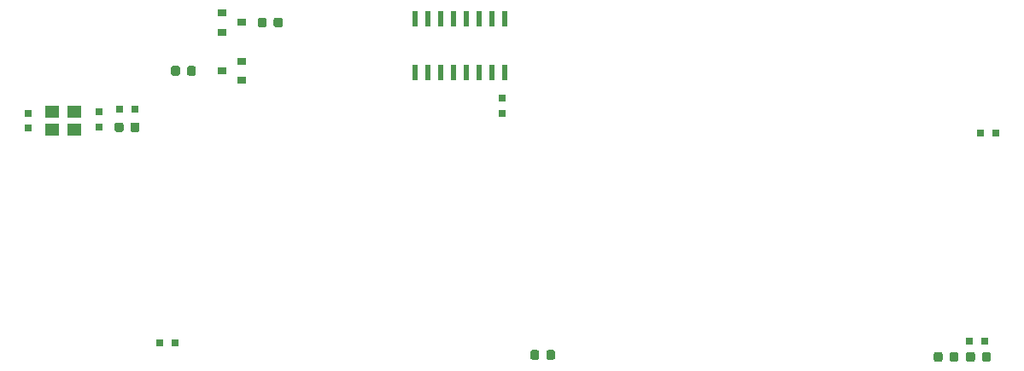
<source format=gbr>
G04 #@! TF.GenerationSoftware,KiCad,Pcbnew,(5.0.0)*
G04 #@! TF.CreationDate,2020-03-05T09:38:22+00:00*
G04 #@! TF.ProjectId,basic-mc6800,62617369632D6D63363830302E6B6963,rev?*
G04 #@! TF.SameCoordinates,Original*
G04 #@! TF.FileFunction,Paste,Top*
G04 #@! TF.FilePolarity,Positive*
%FSLAX46Y46*%
G04 Gerber Fmt 4.6, Leading zero omitted, Abs format (unit mm)*
G04 Created by KiCad (PCBNEW (5.0.0)) date 03/05/20 09:38:22*
%MOMM*%
%LPD*%
G01*
G04 APERTURE LIST*
%ADD10R,0.600000X1.500000*%
%ADD11R,0.750000X0.800000*%
%ADD12R,0.800000X0.750000*%
%ADD13R,0.900000X0.800000*%
%ADD14C,0.100000*%
%ADD15C,0.875000*%
%ADD16R,1.400000X1.200000*%
G04 APERTURE END LIST*
D10*
G04 #@! TO.C,U1*
X149010000Y-69000000D03*
X147740000Y-69000000D03*
X146470000Y-69000000D03*
X145200000Y-69000000D03*
X143930000Y-69000000D03*
X142660000Y-69000000D03*
X141390000Y-69000000D03*
X140120000Y-69000000D03*
X140120000Y-63600000D03*
X141390000Y-63600000D03*
X142660000Y-63600000D03*
X143930000Y-63600000D03*
X145200000Y-63600000D03*
X146470000Y-63600000D03*
X147740000Y-63600000D03*
X149010000Y-63600000D03*
G04 #@! TD*
D11*
G04 #@! TO.C,C2*
X101800000Y-73000000D03*
X101800000Y-74500000D03*
G04 #@! TD*
G04 #@! TO.C,C3*
X108800000Y-72900000D03*
X108800000Y-74400000D03*
G04 #@! TD*
G04 #@! TO.C,C4*
X148800000Y-71500000D03*
X148800000Y-73000000D03*
G04 #@! TD*
D12*
G04 #@! TO.C,C5*
X114850000Y-95800000D03*
X116350000Y-95800000D03*
G04 #@! TD*
G04 #@! TO.C,C6*
X196200000Y-75000000D03*
X197700000Y-75000000D03*
G04 #@! TD*
G04 #@! TO.C,C7*
X196600000Y-95600000D03*
X195100000Y-95600000D03*
G04 #@! TD*
D13*
G04 #@! TO.C,Q1*
X123000000Y-69750000D03*
X123000000Y-67850000D03*
X121000000Y-68800000D03*
G04 #@! TD*
G04 #@! TO.C,Q2*
X123000000Y-64000000D03*
X121000000Y-64950000D03*
X121000000Y-63050000D03*
G04 #@! TD*
D14*
G04 #@! TO.C,R1*
G36*
X111052691Y-73926053D02*
X111073926Y-73929203D01*
X111094750Y-73934419D01*
X111114962Y-73941651D01*
X111134368Y-73950830D01*
X111152781Y-73961866D01*
X111170024Y-73974654D01*
X111185930Y-73989070D01*
X111200346Y-74004976D01*
X111213134Y-74022219D01*
X111224170Y-74040632D01*
X111233349Y-74060038D01*
X111240581Y-74080250D01*
X111245797Y-74101074D01*
X111248947Y-74122309D01*
X111250000Y-74143750D01*
X111250000Y-74656250D01*
X111248947Y-74677691D01*
X111245797Y-74698926D01*
X111240581Y-74719750D01*
X111233349Y-74739962D01*
X111224170Y-74759368D01*
X111213134Y-74777781D01*
X111200346Y-74795024D01*
X111185930Y-74810930D01*
X111170024Y-74825346D01*
X111152781Y-74838134D01*
X111134368Y-74849170D01*
X111114962Y-74858349D01*
X111094750Y-74865581D01*
X111073926Y-74870797D01*
X111052691Y-74873947D01*
X111031250Y-74875000D01*
X110593750Y-74875000D01*
X110572309Y-74873947D01*
X110551074Y-74870797D01*
X110530250Y-74865581D01*
X110510038Y-74858349D01*
X110490632Y-74849170D01*
X110472219Y-74838134D01*
X110454976Y-74825346D01*
X110439070Y-74810930D01*
X110424654Y-74795024D01*
X110411866Y-74777781D01*
X110400830Y-74759368D01*
X110391651Y-74739962D01*
X110384419Y-74719750D01*
X110379203Y-74698926D01*
X110376053Y-74677691D01*
X110375000Y-74656250D01*
X110375000Y-74143750D01*
X110376053Y-74122309D01*
X110379203Y-74101074D01*
X110384419Y-74080250D01*
X110391651Y-74060038D01*
X110400830Y-74040632D01*
X110411866Y-74022219D01*
X110424654Y-74004976D01*
X110439070Y-73989070D01*
X110454976Y-73974654D01*
X110472219Y-73961866D01*
X110490632Y-73950830D01*
X110510038Y-73941651D01*
X110530250Y-73934419D01*
X110551074Y-73929203D01*
X110572309Y-73926053D01*
X110593750Y-73925000D01*
X111031250Y-73925000D01*
X111052691Y-73926053D01*
X111052691Y-73926053D01*
G37*
D15*
X110812500Y-74400000D03*
D14*
G36*
X112627691Y-73926053D02*
X112648926Y-73929203D01*
X112669750Y-73934419D01*
X112689962Y-73941651D01*
X112709368Y-73950830D01*
X112727781Y-73961866D01*
X112745024Y-73974654D01*
X112760930Y-73989070D01*
X112775346Y-74004976D01*
X112788134Y-74022219D01*
X112799170Y-74040632D01*
X112808349Y-74060038D01*
X112815581Y-74080250D01*
X112820797Y-74101074D01*
X112823947Y-74122309D01*
X112825000Y-74143750D01*
X112825000Y-74656250D01*
X112823947Y-74677691D01*
X112820797Y-74698926D01*
X112815581Y-74719750D01*
X112808349Y-74739962D01*
X112799170Y-74759368D01*
X112788134Y-74777781D01*
X112775346Y-74795024D01*
X112760930Y-74810930D01*
X112745024Y-74825346D01*
X112727781Y-74838134D01*
X112709368Y-74849170D01*
X112689962Y-74858349D01*
X112669750Y-74865581D01*
X112648926Y-74870797D01*
X112627691Y-74873947D01*
X112606250Y-74875000D01*
X112168750Y-74875000D01*
X112147309Y-74873947D01*
X112126074Y-74870797D01*
X112105250Y-74865581D01*
X112085038Y-74858349D01*
X112065632Y-74849170D01*
X112047219Y-74838134D01*
X112029976Y-74825346D01*
X112014070Y-74810930D01*
X111999654Y-74795024D01*
X111986866Y-74777781D01*
X111975830Y-74759368D01*
X111966651Y-74739962D01*
X111959419Y-74719750D01*
X111954203Y-74698926D01*
X111951053Y-74677691D01*
X111950000Y-74656250D01*
X111950000Y-74143750D01*
X111951053Y-74122309D01*
X111954203Y-74101074D01*
X111959419Y-74080250D01*
X111966651Y-74060038D01*
X111975830Y-74040632D01*
X111986866Y-74022219D01*
X111999654Y-74004976D01*
X112014070Y-73989070D01*
X112029976Y-73974654D01*
X112047219Y-73961866D01*
X112065632Y-73950830D01*
X112085038Y-73941651D01*
X112105250Y-73934419D01*
X112126074Y-73929203D01*
X112147309Y-73926053D01*
X112168750Y-73925000D01*
X112606250Y-73925000D01*
X112627691Y-73926053D01*
X112627691Y-73926053D01*
G37*
D15*
X112387500Y-74400000D03*
G04 #@! TD*
D14*
G04 #@! TO.C,R2*
G36*
X152265191Y-96526053D02*
X152286426Y-96529203D01*
X152307250Y-96534419D01*
X152327462Y-96541651D01*
X152346868Y-96550830D01*
X152365281Y-96561866D01*
X152382524Y-96574654D01*
X152398430Y-96589070D01*
X152412846Y-96604976D01*
X152425634Y-96622219D01*
X152436670Y-96640632D01*
X152445849Y-96660038D01*
X152453081Y-96680250D01*
X152458297Y-96701074D01*
X152461447Y-96722309D01*
X152462500Y-96743750D01*
X152462500Y-97256250D01*
X152461447Y-97277691D01*
X152458297Y-97298926D01*
X152453081Y-97319750D01*
X152445849Y-97339962D01*
X152436670Y-97359368D01*
X152425634Y-97377781D01*
X152412846Y-97395024D01*
X152398430Y-97410930D01*
X152382524Y-97425346D01*
X152365281Y-97438134D01*
X152346868Y-97449170D01*
X152327462Y-97458349D01*
X152307250Y-97465581D01*
X152286426Y-97470797D01*
X152265191Y-97473947D01*
X152243750Y-97475000D01*
X151806250Y-97475000D01*
X151784809Y-97473947D01*
X151763574Y-97470797D01*
X151742750Y-97465581D01*
X151722538Y-97458349D01*
X151703132Y-97449170D01*
X151684719Y-97438134D01*
X151667476Y-97425346D01*
X151651570Y-97410930D01*
X151637154Y-97395024D01*
X151624366Y-97377781D01*
X151613330Y-97359368D01*
X151604151Y-97339962D01*
X151596919Y-97319750D01*
X151591703Y-97298926D01*
X151588553Y-97277691D01*
X151587500Y-97256250D01*
X151587500Y-96743750D01*
X151588553Y-96722309D01*
X151591703Y-96701074D01*
X151596919Y-96680250D01*
X151604151Y-96660038D01*
X151613330Y-96640632D01*
X151624366Y-96622219D01*
X151637154Y-96604976D01*
X151651570Y-96589070D01*
X151667476Y-96574654D01*
X151684719Y-96561866D01*
X151703132Y-96550830D01*
X151722538Y-96541651D01*
X151742750Y-96534419D01*
X151763574Y-96529203D01*
X151784809Y-96526053D01*
X151806250Y-96525000D01*
X152243750Y-96525000D01*
X152265191Y-96526053D01*
X152265191Y-96526053D01*
G37*
D15*
X152025000Y-97000000D03*
D14*
G36*
X153840191Y-96526053D02*
X153861426Y-96529203D01*
X153882250Y-96534419D01*
X153902462Y-96541651D01*
X153921868Y-96550830D01*
X153940281Y-96561866D01*
X153957524Y-96574654D01*
X153973430Y-96589070D01*
X153987846Y-96604976D01*
X154000634Y-96622219D01*
X154011670Y-96640632D01*
X154020849Y-96660038D01*
X154028081Y-96680250D01*
X154033297Y-96701074D01*
X154036447Y-96722309D01*
X154037500Y-96743750D01*
X154037500Y-97256250D01*
X154036447Y-97277691D01*
X154033297Y-97298926D01*
X154028081Y-97319750D01*
X154020849Y-97339962D01*
X154011670Y-97359368D01*
X154000634Y-97377781D01*
X153987846Y-97395024D01*
X153973430Y-97410930D01*
X153957524Y-97425346D01*
X153940281Y-97438134D01*
X153921868Y-97449170D01*
X153902462Y-97458349D01*
X153882250Y-97465581D01*
X153861426Y-97470797D01*
X153840191Y-97473947D01*
X153818750Y-97475000D01*
X153381250Y-97475000D01*
X153359809Y-97473947D01*
X153338574Y-97470797D01*
X153317750Y-97465581D01*
X153297538Y-97458349D01*
X153278132Y-97449170D01*
X153259719Y-97438134D01*
X153242476Y-97425346D01*
X153226570Y-97410930D01*
X153212154Y-97395024D01*
X153199366Y-97377781D01*
X153188330Y-97359368D01*
X153179151Y-97339962D01*
X153171919Y-97319750D01*
X153166703Y-97298926D01*
X153163553Y-97277691D01*
X153162500Y-97256250D01*
X153162500Y-96743750D01*
X153163553Y-96722309D01*
X153166703Y-96701074D01*
X153171919Y-96680250D01*
X153179151Y-96660038D01*
X153188330Y-96640632D01*
X153199366Y-96622219D01*
X153212154Y-96604976D01*
X153226570Y-96589070D01*
X153242476Y-96574654D01*
X153259719Y-96561866D01*
X153278132Y-96550830D01*
X153297538Y-96541651D01*
X153317750Y-96534419D01*
X153338574Y-96529203D01*
X153359809Y-96526053D01*
X153381250Y-96525000D01*
X153818750Y-96525000D01*
X153840191Y-96526053D01*
X153840191Y-96526053D01*
G37*
D15*
X153600000Y-97000000D03*
G04 #@! TD*
D14*
G04 #@! TO.C,R3*
G36*
X192252691Y-96726053D02*
X192273926Y-96729203D01*
X192294750Y-96734419D01*
X192314962Y-96741651D01*
X192334368Y-96750830D01*
X192352781Y-96761866D01*
X192370024Y-96774654D01*
X192385930Y-96789070D01*
X192400346Y-96804976D01*
X192413134Y-96822219D01*
X192424170Y-96840632D01*
X192433349Y-96860038D01*
X192440581Y-96880250D01*
X192445797Y-96901074D01*
X192448947Y-96922309D01*
X192450000Y-96943750D01*
X192450000Y-97456250D01*
X192448947Y-97477691D01*
X192445797Y-97498926D01*
X192440581Y-97519750D01*
X192433349Y-97539962D01*
X192424170Y-97559368D01*
X192413134Y-97577781D01*
X192400346Y-97595024D01*
X192385930Y-97610930D01*
X192370024Y-97625346D01*
X192352781Y-97638134D01*
X192334368Y-97649170D01*
X192314962Y-97658349D01*
X192294750Y-97665581D01*
X192273926Y-97670797D01*
X192252691Y-97673947D01*
X192231250Y-97675000D01*
X191793750Y-97675000D01*
X191772309Y-97673947D01*
X191751074Y-97670797D01*
X191730250Y-97665581D01*
X191710038Y-97658349D01*
X191690632Y-97649170D01*
X191672219Y-97638134D01*
X191654976Y-97625346D01*
X191639070Y-97610930D01*
X191624654Y-97595024D01*
X191611866Y-97577781D01*
X191600830Y-97559368D01*
X191591651Y-97539962D01*
X191584419Y-97519750D01*
X191579203Y-97498926D01*
X191576053Y-97477691D01*
X191575000Y-97456250D01*
X191575000Y-96943750D01*
X191576053Y-96922309D01*
X191579203Y-96901074D01*
X191584419Y-96880250D01*
X191591651Y-96860038D01*
X191600830Y-96840632D01*
X191611866Y-96822219D01*
X191624654Y-96804976D01*
X191639070Y-96789070D01*
X191654976Y-96774654D01*
X191672219Y-96761866D01*
X191690632Y-96750830D01*
X191710038Y-96741651D01*
X191730250Y-96734419D01*
X191751074Y-96729203D01*
X191772309Y-96726053D01*
X191793750Y-96725000D01*
X192231250Y-96725000D01*
X192252691Y-96726053D01*
X192252691Y-96726053D01*
G37*
D15*
X192012500Y-97200000D03*
D14*
G36*
X193827691Y-96726053D02*
X193848926Y-96729203D01*
X193869750Y-96734419D01*
X193889962Y-96741651D01*
X193909368Y-96750830D01*
X193927781Y-96761866D01*
X193945024Y-96774654D01*
X193960930Y-96789070D01*
X193975346Y-96804976D01*
X193988134Y-96822219D01*
X193999170Y-96840632D01*
X194008349Y-96860038D01*
X194015581Y-96880250D01*
X194020797Y-96901074D01*
X194023947Y-96922309D01*
X194025000Y-96943750D01*
X194025000Y-97456250D01*
X194023947Y-97477691D01*
X194020797Y-97498926D01*
X194015581Y-97519750D01*
X194008349Y-97539962D01*
X193999170Y-97559368D01*
X193988134Y-97577781D01*
X193975346Y-97595024D01*
X193960930Y-97610930D01*
X193945024Y-97625346D01*
X193927781Y-97638134D01*
X193909368Y-97649170D01*
X193889962Y-97658349D01*
X193869750Y-97665581D01*
X193848926Y-97670797D01*
X193827691Y-97673947D01*
X193806250Y-97675000D01*
X193368750Y-97675000D01*
X193347309Y-97673947D01*
X193326074Y-97670797D01*
X193305250Y-97665581D01*
X193285038Y-97658349D01*
X193265632Y-97649170D01*
X193247219Y-97638134D01*
X193229976Y-97625346D01*
X193214070Y-97610930D01*
X193199654Y-97595024D01*
X193186866Y-97577781D01*
X193175830Y-97559368D01*
X193166651Y-97539962D01*
X193159419Y-97519750D01*
X193154203Y-97498926D01*
X193151053Y-97477691D01*
X193150000Y-97456250D01*
X193150000Y-96943750D01*
X193151053Y-96922309D01*
X193154203Y-96901074D01*
X193159419Y-96880250D01*
X193166651Y-96860038D01*
X193175830Y-96840632D01*
X193186866Y-96822219D01*
X193199654Y-96804976D01*
X193214070Y-96789070D01*
X193229976Y-96774654D01*
X193247219Y-96761866D01*
X193265632Y-96750830D01*
X193285038Y-96741651D01*
X193305250Y-96734419D01*
X193326074Y-96729203D01*
X193347309Y-96726053D01*
X193368750Y-96725000D01*
X193806250Y-96725000D01*
X193827691Y-96726053D01*
X193827691Y-96726053D01*
G37*
D15*
X193587500Y-97200000D03*
G04 #@! TD*
D14*
G04 #@! TO.C,R4*
G36*
X195465191Y-96726053D02*
X195486426Y-96729203D01*
X195507250Y-96734419D01*
X195527462Y-96741651D01*
X195546868Y-96750830D01*
X195565281Y-96761866D01*
X195582524Y-96774654D01*
X195598430Y-96789070D01*
X195612846Y-96804976D01*
X195625634Y-96822219D01*
X195636670Y-96840632D01*
X195645849Y-96860038D01*
X195653081Y-96880250D01*
X195658297Y-96901074D01*
X195661447Y-96922309D01*
X195662500Y-96943750D01*
X195662500Y-97456250D01*
X195661447Y-97477691D01*
X195658297Y-97498926D01*
X195653081Y-97519750D01*
X195645849Y-97539962D01*
X195636670Y-97559368D01*
X195625634Y-97577781D01*
X195612846Y-97595024D01*
X195598430Y-97610930D01*
X195582524Y-97625346D01*
X195565281Y-97638134D01*
X195546868Y-97649170D01*
X195527462Y-97658349D01*
X195507250Y-97665581D01*
X195486426Y-97670797D01*
X195465191Y-97673947D01*
X195443750Y-97675000D01*
X195006250Y-97675000D01*
X194984809Y-97673947D01*
X194963574Y-97670797D01*
X194942750Y-97665581D01*
X194922538Y-97658349D01*
X194903132Y-97649170D01*
X194884719Y-97638134D01*
X194867476Y-97625346D01*
X194851570Y-97610930D01*
X194837154Y-97595024D01*
X194824366Y-97577781D01*
X194813330Y-97559368D01*
X194804151Y-97539962D01*
X194796919Y-97519750D01*
X194791703Y-97498926D01*
X194788553Y-97477691D01*
X194787500Y-97456250D01*
X194787500Y-96943750D01*
X194788553Y-96922309D01*
X194791703Y-96901074D01*
X194796919Y-96880250D01*
X194804151Y-96860038D01*
X194813330Y-96840632D01*
X194824366Y-96822219D01*
X194837154Y-96804976D01*
X194851570Y-96789070D01*
X194867476Y-96774654D01*
X194884719Y-96761866D01*
X194903132Y-96750830D01*
X194922538Y-96741651D01*
X194942750Y-96734419D01*
X194963574Y-96729203D01*
X194984809Y-96726053D01*
X195006250Y-96725000D01*
X195443750Y-96725000D01*
X195465191Y-96726053D01*
X195465191Y-96726053D01*
G37*
D15*
X195225000Y-97200000D03*
D14*
G36*
X197040191Y-96726053D02*
X197061426Y-96729203D01*
X197082250Y-96734419D01*
X197102462Y-96741651D01*
X197121868Y-96750830D01*
X197140281Y-96761866D01*
X197157524Y-96774654D01*
X197173430Y-96789070D01*
X197187846Y-96804976D01*
X197200634Y-96822219D01*
X197211670Y-96840632D01*
X197220849Y-96860038D01*
X197228081Y-96880250D01*
X197233297Y-96901074D01*
X197236447Y-96922309D01*
X197237500Y-96943750D01*
X197237500Y-97456250D01*
X197236447Y-97477691D01*
X197233297Y-97498926D01*
X197228081Y-97519750D01*
X197220849Y-97539962D01*
X197211670Y-97559368D01*
X197200634Y-97577781D01*
X197187846Y-97595024D01*
X197173430Y-97610930D01*
X197157524Y-97625346D01*
X197140281Y-97638134D01*
X197121868Y-97649170D01*
X197102462Y-97658349D01*
X197082250Y-97665581D01*
X197061426Y-97670797D01*
X197040191Y-97673947D01*
X197018750Y-97675000D01*
X196581250Y-97675000D01*
X196559809Y-97673947D01*
X196538574Y-97670797D01*
X196517750Y-97665581D01*
X196497538Y-97658349D01*
X196478132Y-97649170D01*
X196459719Y-97638134D01*
X196442476Y-97625346D01*
X196426570Y-97610930D01*
X196412154Y-97595024D01*
X196399366Y-97577781D01*
X196388330Y-97559368D01*
X196379151Y-97539962D01*
X196371919Y-97519750D01*
X196366703Y-97498926D01*
X196363553Y-97477691D01*
X196362500Y-97456250D01*
X196362500Y-96943750D01*
X196363553Y-96922309D01*
X196366703Y-96901074D01*
X196371919Y-96880250D01*
X196379151Y-96860038D01*
X196388330Y-96840632D01*
X196399366Y-96822219D01*
X196412154Y-96804976D01*
X196426570Y-96789070D01*
X196442476Y-96774654D01*
X196459719Y-96761866D01*
X196478132Y-96750830D01*
X196497538Y-96741651D01*
X196517750Y-96734419D01*
X196538574Y-96729203D01*
X196559809Y-96726053D01*
X196581250Y-96725000D01*
X197018750Y-96725000D01*
X197040191Y-96726053D01*
X197040191Y-96726053D01*
G37*
D15*
X196800000Y-97200000D03*
G04 #@! TD*
D14*
G04 #@! TO.C,R5*
G36*
X118227691Y-68326053D02*
X118248926Y-68329203D01*
X118269750Y-68334419D01*
X118289962Y-68341651D01*
X118309368Y-68350830D01*
X118327781Y-68361866D01*
X118345024Y-68374654D01*
X118360930Y-68389070D01*
X118375346Y-68404976D01*
X118388134Y-68422219D01*
X118399170Y-68440632D01*
X118408349Y-68460038D01*
X118415581Y-68480250D01*
X118420797Y-68501074D01*
X118423947Y-68522309D01*
X118425000Y-68543750D01*
X118425000Y-69056250D01*
X118423947Y-69077691D01*
X118420797Y-69098926D01*
X118415581Y-69119750D01*
X118408349Y-69139962D01*
X118399170Y-69159368D01*
X118388134Y-69177781D01*
X118375346Y-69195024D01*
X118360930Y-69210930D01*
X118345024Y-69225346D01*
X118327781Y-69238134D01*
X118309368Y-69249170D01*
X118289962Y-69258349D01*
X118269750Y-69265581D01*
X118248926Y-69270797D01*
X118227691Y-69273947D01*
X118206250Y-69275000D01*
X117768750Y-69275000D01*
X117747309Y-69273947D01*
X117726074Y-69270797D01*
X117705250Y-69265581D01*
X117685038Y-69258349D01*
X117665632Y-69249170D01*
X117647219Y-69238134D01*
X117629976Y-69225346D01*
X117614070Y-69210930D01*
X117599654Y-69195024D01*
X117586866Y-69177781D01*
X117575830Y-69159368D01*
X117566651Y-69139962D01*
X117559419Y-69119750D01*
X117554203Y-69098926D01*
X117551053Y-69077691D01*
X117550000Y-69056250D01*
X117550000Y-68543750D01*
X117551053Y-68522309D01*
X117554203Y-68501074D01*
X117559419Y-68480250D01*
X117566651Y-68460038D01*
X117575830Y-68440632D01*
X117586866Y-68422219D01*
X117599654Y-68404976D01*
X117614070Y-68389070D01*
X117629976Y-68374654D01*
X117647219Y-68361866D01*
X117665632Y-68350830D01*
X117685038Y-68341651D01*
X117705250Y-68334419D01*
X117726074Y-68329203D01*
X117747309Y-68326053D01*
X117768750Y-68325000D01*
X118206250Y-68325000D01*
X118227691Y-68326053D01*
X118227691Y-68326053D01*
G37*
D15*
X117987500Y-68800000D03*
D14*
G36*
X116652691Y-68326053D02*
X116673926Y-68329203D01*
X116694750Y-68334419D01*
X116714962Y-68341651D01*
X116734368Y-68350830D01*
X116752781Y-68361866D01*
X116770024Y-68374654D01*
X116785930Y-68389070D01*
X116800346Y-68404976D01*
X116813134Y-68422219D01*
X116824170Y-68440632D01*
X116833349Y-68460038D01*
X116840581Y-68480250D01*
X116845797Y-68501074D01*
X116848947Y-68522309D01*
X116850000Y-68543750D01*
X116850000Y-69056250D01*
X116848947Y-69077691D01*
X116845797Y-69098926D01*
X116840581Y-69119750D01*
X116833349Y-69139962D01*
X116824170Y-69159368D01*
X116813134Y-69177781D01*
X116800346Y-69195024D01*
X116785930Y-69210930D01*
X116770024Y-69225346D01*
X116752781Y-69238134D01*
X116734368Y-69249170D01*
X116714962Y-69258349D01*
X116694750Y-69265581D01*
X116673926Y-69270797D01*
X116652691Y-69273947D01*
X116631250Y-69275000D01*
X116193750Y-69275000D01*
X116172309Y-69273947D01*
X116151074Y-69270797D01*
X116130250Y-69265581D01*
X116110038Y-69258349D01*
X116090632Y-69249170D01*
X116072219Y-69238134D01*
X116054976Y-69225346D01*
X116039070Y-69210930D01*
X116024654Y-69195024D01*
X116011866Y-69177781D01*
X116000830Y-69159368D01*
X115991651Y-69139962D01*
X115984419Y-69119750D01*
X115979203Y-69098926D01*
X115976053Y-69077691D01*
X115975000Y-69056250D01*
X115975000Y-68543750D01*
X115976053Y-68522309D01*
X115979203Y-68501074D01*
X115984419Y-68480250D01*
X115991651Y-68460038D01*
X116000830Y-68440632D01*
X116011866Y-68422219D01*
X116024654Y-68404976D01*
X116039070Y-68389070D01*
X116054976Y-68374654D01*
X116072219Y-68361866D01*
X116090632Y-68350830D01*
X116110038Y-68341651D01*
X116130250Y-68334419D01*
X116151074Y-68329203D01*
X116172309Y-68326053D01*
X116193750Y-68325000D01*
X116631250Y-68325000D01*
X116652691Y-68326053D01*
X116652691Y-68326053D01*
G37*
D15*
X116412500Y-68800000D03*
G04 #@! TD*
D14*
G04 #@! TO.C,R6*
G36*
X126815191Y-63526053D02*
X126836426Y-63529203D01*
X126857250Y-63534419D01*
X126877462Y-63541651D01*
X126896868Y-63550830D01*
X126915281Y-63561866D01*
X126932524Y-63574654D01*
X126948430Y-63589070D01*
X126962846Y-63604976D01*
X126975634Y-63622219D01*
X126986670Y-63640632D01*
X126995849Y-63660038D01*
X127003081Y-63680250D01*
X127008297Y-63701074D01*
X127011447Y-63722309D01*
X127012500Y-63743750D01*
X127012500Y-64256250D01*
X127011447Y-64277691D01*
X127008297Y-64298926D01*
X127003081Y-64319750D01*
X126995849Y-64339962D01*
X126986670Y-64359368D01*
X126975634Y-64377781D01*
X126962846Y-64395024D01*
X126948430Y-64410930D01*
X126932524Y-64425346D01*
X126915281Y-64438134D01*
X126896868Y-64449170D01*
X126877462Y-64458349D01*
X126857250Y-64465581D01*
X126836426Y-64470797D01*
X126815191Y-64473947D01*
X126793750Y-64475000D01*
X126356250Y-64475000D01*
X126334809Y-64473947D01*
X126313574Y-64470797D01*
X126292750Y-64465581D01*
X126272538Y-64458349D01*
X126253132Y-64449170D01*
X126234719Y-64438134D01*
X126217476Y-64425346D01*
X126201570Y-64410930D01*
X126187154Y-64395024D01*
X126174366Y-64377781D01*
X126163330Y-64359368D01*
X126154151Y-64339962D01*
X126146919Y-64319750D01*
X126141703Y-64298926D01*
X126138553Y-64277691D01*
X126137500Y-64256250D01*
X126137500Y-63743750D01*
X126138553Y-63722309D01*
X126141703Y-63701074D01*
X126146919Y-63680250D01*
X126154151Y-63660038D01*
X126163330Y-63640632D01*
X126174366Y-63622219D01*
X126187154Y-63604976D01*
X126201570Y-63589070D01*
X126217476Y-63574654D01*
X126234719Y-63561866D01*
X126253132Y-63550830D01*
X126272538Y-63541651D01*
X126292750Y-63534419D01*
X126313574Y-63529203D01*
X126334809Y-63526053D01*
X126356250Y-63525000D01*
X126793750Y-63525000D01*
X126815191Y-63526053D01*
X126815191Y-63526053D01*
G37*
D15*
X126575000Y-64000000D03*
D14*
G36*
X125240191Y-63526053D02*
X125261426Y-63529203D01*
X125282250Y-63534419D01*
X125302462Y-63541651D01*
X125321868Y-63550830D01*
X125340281Y-63561866D01*
X125357524Y-63574654D01*
X125373430Y-63589070D01*
X125387846Y-63604976D01*
X125400634Y-63622219D01*
X125411670Y-63640632D01*
X125420849Y-63660038D01*
X125428081Y-63680250D01*
X125433297Y-63701074D01*
X125436447Y-63722309D01*
X125437500Y-63743750D01*
X125437500Y-64256250D01*
X125436447Y-64277691D01*
X125433297Y-64298926D01*
X125428081Y-64319750D01*
X125420849Y-64339962D01*
X125411670Y-64359368D01*
X125400634Y-64377781D01*
X125387846Y-64395024D01*
X125373430Y-64410930D01*
X125357524Y-64425346D01*
X125340281Y-64438134D01*
X125321868Y-64449170D01*
X125302462Y-64458349D01*
X125282250Y-64465581D01*
X125261426Y-64470797D01*
X125240191Y-64473947D01*
X125218750Y-64475000D01*
X124781250Y-64475000D01*
X124759809Y-64473947D01*
X124738574Y-64470797D01*
X124717750Y-64465581D01*
X124697538Y-64458349D01*
X124678132Y-64449170D01*
X124659719Y-64438134D01*
X124642476Y-64425346D01*
X124626570Y-64410930D01*
X124612154Y-64395024D01*
X124599366Y-64377781D01*
X124588330Y-64359368D01*
X124579151Y-64339962D01*
X124571919Y-64319750D01*
X124566703Y-64298926D01*
X124563553Y-64277691D01*
X124562500Y-64256250D01*
X124562500Y-63743750D01*
X124563553Y-63722309D01*
X124566703Y-63701074D01*
X124571919Y-63680250D01*
X124579151Y-63660038D01*
X124588330Y-63640632D01*
X124599366Y-63622219D01*
X124612154Y-63604976D01*
X124626570Y-63589070D01*
X124642476Y-63574654D01*
X124659719Y-63561866D01*
X124678132Y-63550830D01*
X124697538Y-63541651D01*
X124717750Y-63534419D01*
X124738574Y-63529203D01*
X124759809Y-63526053D01*
X124781250Y-63525000D01*
X125218750Y-63525000D01*
X125240191Y-63526053D01*
X125240191Y-63526053D01*
G37*
D15*
X125000000Y-64000000D03*
G04 #@! TD*
D16*
G04 #@! TO.C,Y1*
X104200000Y-74600000D03*
X106400000Y-74600000D03*
X106400000Y-72900000D03*
X104200000Y-72900000D03*
G04 #@! TD*
D12*
G04 #@! TO.C,C1*
X112350000Y-72600000D03*
X110850000Y-72600000D03*
G04 #@! TD*
M02*

</source>
